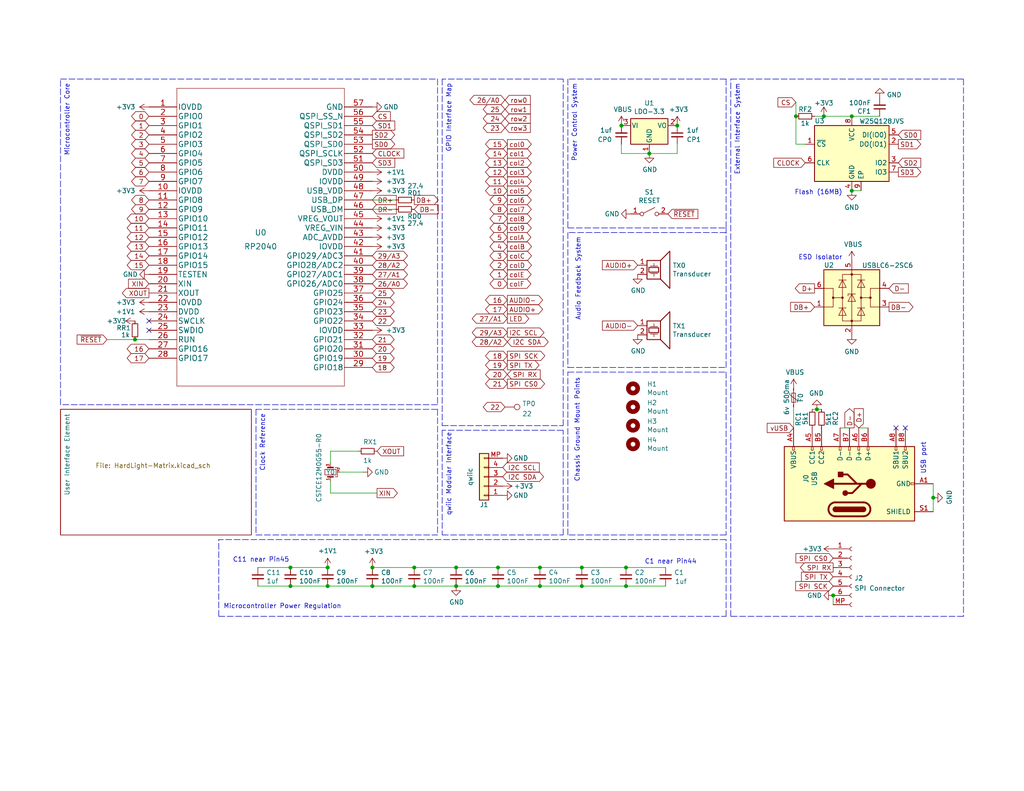
<source format=kicad_sch>
(kicad_sch (version 20211123) (generator eeschema)
  (paper "USLetter")
  (title_block (title "Hard Light") (date "2022-05-20") (rev "Mark 7") (company "Everywhere Defense Industries") (comment 1 "RP2040 main core"))
  (lib_symbols
    (symbol "+3V3_1" (power) (pin_names (offset 0))
      (property "Value" "+3V3_1" (at 0 3.556 0))
      (symbol "+3V3_1_1_1"
        (pin power_in line (at 0 0 90) (length 0) hide (name "+3V3") (number "1"))
      )
    )
    (symbol "Connector:Conn_01x07_Female" (pin_names (offset 1.016) hide)
      (property "Reference" "J2" (at 0.7112 -0.3615 0))
      (property "Value" "SPI Connector" (at 0.7112 -3.1366 0))
      (symbol "Conn_01x07_Female_1_1"
        (pin passive line (at -5.08 7.62 0) (length 3.81) (name "Pin_1") (number "1"))
        (pin passive line (at -5.08 5.08 0) (length 3.81) (name "Pin_2") (number "2"))
        (pin passive line (at -5.08 2.54 0) (length 3.81) (name "Pin_3") (number "3"))
        (pin passive line (at -5.08 0 0) (length 3.81) (name "Pin_4") (number "4"))
        (pin passive line (at -5.08 -2.54 0) (length 3.81) (name "Pin_5") (number "5"))
        (pin passive line (at -5.08 -5.08 0) (length 3.81) (name "Pin_6") (number "6"))
        (pin passive line (at -5.08 -7.62 0) (length 3.81) (name "MP") (number "MP"))
      )
    )
    (symbol "Connector:TestPoint" (pin_numbers hide) (pin_names (offset 0.762) hide)
      (property "Reference" "TP" (at 0 6.858 0))
      (property "Value" "TestPoint" (at 0 5.08 0))
      (symbol "TestPoint_1_1"
        (pin passive line (at 0 0 90) (length 2.54) (name "1") (number "1"))
      )
    )
    (symbol "Connector_Generic:Conn_01x05" (pin_names (offset 1.016) hide)
      (property "Reference" "J1" (at 0 7.62 0))
      (property "Value" "qwiic" (at -2.54 1.27 90))
      (symbol "Conn_01x05_1_1"
        (pin passive line (at -5.08 5.08 0) (length 3.81) (name "Pin_1") (number "1"))
        (pin passive line (at -5.08 2.54 0) (length 3.81) (name "Pin_2") (number "2"))
        (pin passive line (at -5.08 0 0) (length 3.81) (name "Pin_3") (number "3"))
        (pin passive line (at -5.08 -2.54 0) (length 3.81) (name "Pin_4") (number "4"))
        (pin passive line (at -5.08 -5.08 0) (length 3.81) (name "MP") (number "MP"))
      )
    )
    (symbol "Device:C_Small" (pin_numbers hide) (pin_names (offset 0.254) hide)
      (property "Reference" "C" (at 0.254 1.778 0))
      (property "Value" "Device_C_Small" (at 0.254 -2.032 0))
      (symbol "C_Small_1_1"
        (pin passive line (at 0 2.54 270) (length 2.032) (name "~") (number "1"))
        (pin passive line (at 0 -2.54 90) (length 2.032) (name "~") (number "2"))
      )
    )
    (symbol "Device:Crystal_GND2_Small" (pin_names (offset 1.016) hide)
      (property "Reference" "Y" (at 0 5.08 0))
      (property "Value" "Crystal_GND2_Small" (at 0 3.175 0))
      (symbol "Crystal_GND2_Small_1_1"
        (pin passive line (at -2.54 0 0) (length 1.27) (name "1") (number "1"))
        (pin passive line (at 0 -2.54 90) (length 0.635) (name "2") (number "2"))
        (pin passive line (at 2.54 0 180) (length 1.27) (name "3") (number "3"))
      )
    )
    (symbol "Device:Polyfuse_Small" (pin_numbers hide) (pin_names (offset 0))
      (property "Reference" "F" (at -1.905 0 90))
      (property "Value" "Device_Polyfuse_Small" (at 1.905 0 90))
      (symbol "Polyfuse_Small_1_1"
        (pin passive line (at 0 2.54 270) (length 0.635) (name "~") (number "1"))
        (pin passive line (at 0 -2.54 90) (length 0.635) (name "~") (number "2"))
      )
    )
    (symbol "Device:R_Small" (pin_numbers hide) (pin_names (offset 0.254) hide)
      (property "Reference" "R" (at 0.762 0.508 0))
      (property "Value" "Device_R_Small" (at 0.762 -1.016 0))
      (symbol "R_Small_1_1"
        (pin passive line (at 0 2.54 270) (length 0.762) (name "~") (number "1"))
        (pin passive line (at 0 -2.54 90) (length 0.762) (name "~") (number "2"))
      )
    )
    (symbol "Device:Speaker_Crystal" (pin_names (offset 0) hide)
      (property "Reference" "LS" (at 0.635 5.715 0))
      (property "Value" "Device_Speaker_Crystal" (at 0.635 3.81 0))
      (symbol "Speaker_Crystal_1_1"
        (pin input line (at -5.08 0 0) (length 2.54) (name "1") (number "1"))
        (pin input line (at -5.08 -2.54 0) (length 2.54) (name "2") (number "2"))
      )
    )
    (symbol "GND_1" (power) (pin_names (offset 0))
      (property "Value" "GND_1" (at 0 -3.81 0))
      (symbol "GND_1_1_1"
        (pin power_in line (at 0 0 270) (length 0) hide (name "GND") (number "1"))
      )
    )
    (symbol "HL-Mk2-rescue:USB_C_Receptacle_USB2.0-Connector" (pin_names (offset 1.016))
      (property "Reference" "J" (at -10.16 19.05 0))
      (property "Value" "USB_C_Receptacle_USB2.0-Connector" (at 19.05 19.05 0))
      (symbol "USB_C_Receptacle_USB2.0-Connector_1_1"
        (pin power_in line (at 0 -22.86 90) (length 5.08) (name "GND") (number "A1"))
        (pin passive line (at 0 -22.86 90) (length 5.08) hide (name "GND") (number "A12"))
        (pin power_in line (at 15.24 15.24 180) (length 5.08) (name "VBUS") (number "A4"))
        (pin bidirectional line (at 15.24 10.16 180) (length 5.08) (name "CC1") (number "A5"))
        (pin bidirectional line (at 15.24 -2.54 180) (length 5.08) (name "D+") (number "A6"))
        (pin bidirectional line (at 15.24 2.54 180) (length 5.08) (name "D-") (number "A7"))
        (pin bidirectional line (at 15.24 -12.7 180) (length 5.08) (name "SBU1") (number "A8"))
        (pin passive line (at 15.24 15.24 180) (length 5.08) hide (name "VBUS") (number "A9"))
        (pin passive line (at 0 -22.86 90) (length 5.08) hide (name "GND") (number "B1"))
        (pin passive line (at 0 -22.86 90) (length 5.08) hide (name "GND") (number "B12"))
        (pin passive line (at 15.24 15.24 180) (length 5.08) hide (name "VBUS") (number "B4"))
        (pin bidirectional line (at 15.24 7.62 180) (length 5.08) (name "CC2") (number "B5"))
        (pin bidirectional line (at 15.24 -5.08 180) (length 5.08) (name "D+") (number "B6"))
        (pin bidirectional line (at 15.24 0 180) (length 5.08) (name "D-") (number "B7"))
        (pin bidirectional line (at 15.24 -15.24 180) (length 5.08) (name "SBU2") (number "B8"))
        (pin passive line (at 15.24 15.24 180) (length 5.08) hide (name "VBUS") (number "B9"))
        (pin passive line (at -7.62 -22.86 90) (length 5.08) (name "SHIELD") (number "S1"))
      )
    )
    (symbol "Mechanical:MountingHole" (pin_names (offset 1.016))
      (property "Reference" "H" (at 0 5.08 0))
      (property "Value" "MountingHole" (at 0 3.175 0))
    )
    (symbol "Memory_Flash:W25Q32JVZP"
      (property "Reference" "U" (at -8.89 8.89 0))
      (property "Value" "W25Q32JVZP" (at 7.62 8.89 0))
      (symbol "W25Q32JVZP_1_1"
        (pin input line (at -12.7 2.54 0) (length 2.54) (name "~{CS}") (number "1"))
        (pin bidirectional line (at 12.7 2.54 180) (length 2.54) (name "DO(IO1)") (number "2"))
        (pin bidirectional line (at 12.7 -2.54 180) (length 2.54) (name "IO2") (number "3"))
        (pin power_in line (at 0 -10.16 90) (length 2.54) (name "GND") (number "4"))
        (pin bidirectional line (at 12.7 5.08 180) (length 2.54) (name "DI(IO0)") (number "5"))
        (pin input line (at -12.7 -2.54 0) (length 2.54) (name "CLK") (number "6"))
        (pin bidirectional line (at 12.7 -5.08 180) (length 2.54) (name "IO3") (number "7"))
        (pin power_in line (at 0 10.16 270) (length 2.54) (name "VCC") (number "8"))
        (pin passive line (at 2.54 -10.16 90) (length 2.54) (name "EP") (number "9"))
      )
    )
    (symbol "Power_Protection:USBLC6-2SC6" (pin_names hide)
      (property "Reference" "U" (at 2.54 8.89 0))
      (property "Value" "USBLC6-2SC6" (at 2.54 -8.89 0))
      (symbol "USBLC6-2SC6_1_1"
        (pin passive line (at -10.16 -2.54 0) (length 2.54) (name "I/O1") (number "1"))
        (pin passive line (at 0 -10.16 90) (length 2.54) (name "GND") (number "2"))
        (pin passive line (at 10.16 -2.54 180) (length 2.54) (name "I/O2") (number "3"))
        (pin passive line (at 10.16 2.54 180) (length 2.54) (name "I/O2") (number "4"))
        (pin passive line (at 0 10.16 270) (length 2.54) (name "VBUS") (number "5"))
        (pin passive line (at -10.16 2.54 0) (length 2.54) (name "I/O1") (number "6"))
      )
    )
    (symbol "RP2040:RP2040" (pin_names (offset 0.254))
      (property "Reference" "U" (at 30.48 10.16 0))
      (property "Value" "RP2040" (at 30.48 7.62 0))
      (symbol "RP2040_1_1"
        (pin power_in line (at 0 0 0) (length 7.62) (name "IOVDD") (number "1"))
        (pin power_in line (at 0 -22.86 0) (length 7.62) (name "IOVDD") (number "10"))
        (pin bidirectional line (at 0 -25.4 0) (length 7.62) (name "GPIO8") (number "11"))
        (pin bidirectional line (at 0 -27.94 0) (length 7.62) (name "GPIO9") (number "12"))
        (pin bidirectional line (at 0 -30.48 0) (length 7.62) (name "GPIO10") (number "13"))
        (pin bidirectional line (at 0 -33.02 0) (length 7.62) (name "GPIO11") (number "14"))
        (pin bidirectional line (at 0 -35.56 0) (length 7.62) (name "GPIO12") (number "15"))
        (pin bidirectional line (at 0 -38.1 0) (length 7.62) (name "GPIO13") (number "16"))
        (pin bidirectional line (at 0 -40.64 0) (length 7.62) (name "GPIO14") (number "17"))
        (pin bidirectional line (at 0 -43.18 0) (length 7.62) (name "GPIO15") (number "18"))
        (pin unspecified line (at 0 -45.72 0) (length 7.62) (name "TESTEN") (number "19"))
        (pin bidirectional line (at 0 -2.54 0) (length 7.62) (name "GPIO0") (number "2"))
        (pin unspecified line (at 0 -48.26 0) (length 7.62) (name "XIN") (number "20"))
        (pin output line (at 0 -50.8 0) (length 7.62) (name "XOUT") (number "21"))
        (pin power_in line (at 0 -53.34 0) (length 7.62) (name "IOVDD") (number "22"))
        (pin power_in line (at 0 -55.88 0) (length 7.62) (name "DVDD") (number "23"))
        (pin unspecified line (at 0 -58.42 0) (length 7.62) (name "SWCLK") (number "24"))
        (pin unspecified line (at 0 -60.96 0) (length 7.62) (name "SWDIO") (number "25"))
        (pin unspecified line (at 0 -63.5 0) (length 7.62) (name "RUN") (number "26"))
        (pin bidirectional line (at 0 -66.04 0) (length 7.62) (name "GPIO16") (number "27"))
        (pin bidirectional line (at 0 -68.58 0) (length 7.62) (name "GPIO17") (number "28"))
        (pin bidirectional line (at 60.96 -71.12 180) (length 7.62) (name "GPIO18") (number "29"))
        (pin bidirectional line (at 0 -5.08 0) (length 7.62) (name "GPIO1") (number "3"))
        (pin bidirectional line (at 60.96 -68.58 180) (length 7.62) (name "GPIO19") (number "30"))
        (pin bidirectional line (at 60.96 -66.04 180) (length 7.62) (name "GPIO20") (number "31"))
        (pin bidirectional line (at 60.96 -63.5 180) (length 7.62) (name "GPIO21") (number "32"))
        (pin power_in line (at 60.96 -60.96 180) (length 7.62) (name "IOVDD") (number "33"))
        (pin bidirectional line (at 60.96 -58.42 180) (length 7.62) (name "GPIO22") (number "34"))
        (pin bidirectional line (at 60.96 -55.88 180) (length 7.62) (name "GPIO23") (number "35"))
        (pin bidirectional line (at 60.96 -53.34 180) (length 7.62) (name "GPIO24") (number "36"))
        (pin bidirectional line (at 60.96 -50.8 180) (length 7.62) (name "GPIO25") (number "37"))
        (pin bidirectional line (at 60.96 -48.26 180) (length 7.62) (name "GPIO26/ADC0") (number "38"))
        (pin bidirectional line (at 60.96 -45.72 180) (length 7.62) (name "GPIO27/ADC1") (number "39"))
        (pin bidirectional line (at 0 -7.62 0) (length 7.62) (name "GPIO2") (number "4"))
        (pin bidirectional line (at 60.96 -43.18 180) (length 7.62) (name "GPIO28/ADC2") (number "40"))
        (pin bidirectional line (at 60.96 -40.64 180) (length 7.62) (name "GPIO29/ADC3") (number "41"))
        (pin power_in line (at 60.96 -38.1 180) (length 7.62) (name "IOVDD") (number "42"))
        (pin power_in line (at 60.96 -35.56 180) (length 7.62) (name "ADC_AVDD") (number "43"))
        (pin unspecified line (at 60.96 -33.02 180) (length 7.62) (name "VREG_VIN") (number "44"))
        (pin output line (at 60.96 -30.48 180) (length 7.62) (name "VREG_VOUT") (number "45"))
        (pin unspecified line (at 60.96 -27.94 180) (length 7.62) (name "USB_DM") (number "46"))
        (pin unspecified line (at 60.96 -25.4 180) (length 7.62) (name "USB_DP") (number "47"))
        (pin power_in line (at 60.96 -22.86 180) (length 7.62) (name "USB_VDD") (number "48"))
        (pin power_in line (at 60.96 -20.32 180) (length 7.62) (name "IOVDD") (number "49"))
        (pin bidirectional line (at 0 -10.16 0) (length 7.62) (name "GPIO3") (number "5"))
        (pin power_in line (at 60.96 -17.78 180) (length 7.62) (name "DVDD") (number "50"))
        (pin bidirectional line (at 60.96 -15.24 180) (length 7.62) (name "QSPI_SD3") (number "51"))
        (pin unspecified line (at 60.96 -12.7 180) (length 7.62) (name "QSPI_SCLK") (number "52"))
        (pin bidirectional line (at 60.96 -10.16 180) (length 7.62) (name "QSPI_SD0") (number "53"))
        (pin bidirectional line (at 60.96 -7.62 180) (length 7.62) (name "QSPI_SD2") (number "54"))
        (pin bidirectional line (at 60.96 -5.08 180) (length 7.62) (name "QSPI_SD1") (number "55"))
        (pin unspecified line (at 60.96 -2.54 180) (length 7.62) (name "QSPI_SS_N") (number "56"))
        (pin power_in line (at 60.96 0 180) (length 7.62) (name "GND") (number "57"))
        (pin bidirectional line (at 0 -12.7 0) (length 7.62) (name "GPIO4") (number "6"))
        (pin bidirectional line (at 0 -15.24 0) (length 7.62) (name "GPIO5") (number "7"))
        (pin bidirectional line (at 0 -17.78 0) (length 7.62) (name "GPIO6") (number "8"))
        (pin bidirectional line (at 0 -20.32 0) (length 7.62) (name "GPIO7") (number "9"))
      )
    )
    (symbol "Regulator_Linear:LD1117S33TR_SOT223" (pin_names (offset 0.254))
      (property "Reference" "U" (at -3.81 3.175 0))
      (property "Value" "Regulator_Linear_LD1117S33TR_SOT223" (at 0 3.175 0))
      (symbol "LD1117S33TR_SOT223_1_1"
        (pin power_in line (at 0 -7.62 90) (length 2.54) (name "GND") (number "1"))
        (pin power_out line (at 7.62 0 180) (length 2.54) (name "VO") (number "2"))
        (pin power_in line (at -7.62 0 0) (length 2.54) (name "VI") (number "3"))
      )
    )
    (symbol "Switch:SW_SPST" (pin_names (offset 0) hide)
      (property "Reference" "SW" (at 0 3.175 0))
      (property "Value" "Switch_SW_SPST" (at 0 -2.54 0))
      (symbol "SW_SPST_1_1"
        (pin passive line (at -5.08 0 0) (length 2.54) (name "A") (number "1"))
        (pin passive line (at 5.08 0 180) (length 2.54) (name "B") (number "2"))
      )
    )
    (symbol "power:+1V1" (power) (pin_names (offset 0))
      (property "Value" "+1V1" (at 0 3.556 0))
      (symbol "+1V1_1_1"
        (pin power_in line (at 0 0 90) (length 0) hide (name "+1V1") (number "1"))
      )
    )
    (symbol "power:+3V3" (power) (pin_names (offset 0))
      (property "Value" "power_+3V3" (at 0 3.556 0))
      (symbol "+3V3_1_1"
        (pin power_in line (at 0 0 90) (length 0) hide (name "+3V3") (number "1"))
      )
    )
    (symbol "power:GND" (power) (pin_names (offset 0))
      (property "Value" "power_GND" (at 0 -3.81 0))
      (symbol "GND_1_1"
        (pin power_in line (at 0 0 270) (length 0) hide (name "GND") (number "1"))
      )
    )
    (symbol "power:VBUS" (power) (pin_names (offset 0))
      (property "Value" "power_VBUS" (at 0 3.81 0))
      (symbol "VBUS_1_1"
        (pin power_in line (at 0 0 90) (length 0) hide (name "VBUS") (number "1"))
      )
    )
  )
  (junction (at 177.165 41.91))
  (junction (at 158.75 160.02))
  (junction (at 232.41 52.07))
  (junction (at 124.46 154.94))
  (junction (at 254.635 135.89))
  (junction (at 170.815 154.94))
  (junction (at 224.79 31.75))
  (junction (at 169.545 34.29))
  (junction (at 170.815 160.02))
  (junction (at 101.6 154.94))
  (junction (at 89.408 160.02))
  (junction (at 79.248 160.02))
  (junction (at 101.6 160.02))
  (junction (at 135.89 160.02))
  (junction (at 217.17 31.75))
  (junction (at 147.32 160.02))
  (junction (at 113.03 154.94))
  (junction (at 36.83 92.71))
  (junction (at 222.885 111.76))
  (junction (at 89.408 154.94))
  (junction (at 113.03 160.02))
  (junction (at 124.46 160.02))
  (junction (at 147.32 154.94))
  (junction (at 79.248 154.94))
  (junction (at 184.785 34.29))
  (junction (at 227.33 162.56))
  (junction (at 158.75 154.94))
  (junction (at 232.41 31.75))
  (junction (at 135.89 154.94))
  (no_connect (at 40.64 87.63))
  (no_connect (at 40.64 90.17))
  (no_connect (at 247.015 116.84))
  (no_connect (at 244.475 116.84))
  (wire (pts (xy 113.03 154.94) (xy 101.6 154.94)))
  (wire (pts (xy 224.79 31.75) (xy 232.41 31.75)))
  (polyline (pts (xy 69.85 111.76) (xy 69.85 146.05)))
  (wire (pts (xy 217.17 39.37) (xy 219.71 39.37)))
  (wire (pts (xy 89.408 160.02) (xy 101.6 160.02)))
  (polyline (pts (xy 154.94 100.33) (xy 198.12 100.33)))
  (wire (pts (xy 92.71 128.905) (xy 99.06 128.905)))
  (polyline (pts (xy 154.94 62.23) (xy 198.12 62.23)))
  (polyline (pts (xy 199.39 21.59) (xy 262.89 21.59)))
  (wire (pts (xy 236.855 116.84) (xy 234.315 116.84)))
  (polyline (pts (xy 119.38 110.49) (xy 16.51 110.49)))
  (polyline (pts (xy 198.12 101.6) (xy 198.12 146.05)))
  (wire (pts (xy 170.815 160.02) (xy 181.61 160.02)))
  (wire (pts (xy 232.41 52.07) (xy 234.95 52.07)))
  (wire (pts (xy 124.46 154.94) (xy 113.03 154.94)))
  (polyline (pts (xy 16.51 21.59) (xy 119.38 21.59)))
  (wire (pts (xy 135.89 154.94) (xy 124.46 154.94)))
  (polyline (pts (xy 120.65 116.205) (xy 153.67 116.205)))
  (polyline (pts (xy 120.65 21.59) (xy 120.65 116.205)))
  (polyline (pts (xy 262.89 168.275) (xy 199.39 168.275)))
  (polyline (pts (xy 198.12 21.59) (xy 198.12 62.23)))
  (wire (pts (xy 158.75 160.02) (xy 170.815 160.02)))
  (wire (pts (xy 222.885 111.76) (xy 221.615 111.76)))
  (polyline (pts (xy 154.94 101.6) (xy 198.12 101.6)))
  (wire (pts (xy 70.358 154.94) (xy 79.248 154.94)))
  (wire (pts (xy 184.785 41.91) (xy 184.785 39.37)))
  (wire (pts (xy 147.32 154.94) (xy 135.89 154.94)))
  (wire (pts (xy 79.248 154.94) (xy 89.408 154.94)))
  (wire (pts (xy 227.33 162.56) (xy 227.33 165.1)))
  (polyline (pts (xy 154.94 21.59) (xy 154.94 62.23)))
  (wire (pts (xy 170.815 154.94) (xy 181.61 154.94)))
  (wire (pts (xy 224.155 111.76) (xy 222.885 111.76)))
  (wire (pts (xy 90.17 134.62) (xy 102.87 134.62)))
  (polyline (pts (xy 59.69 168.275) (xy 59.69 147.32)))
  (wire (pts (xy 79.248 160.02) (xy 89.408 160.02)))
  (polyline (pts (xy 153.67 21.59) (xy 120.65 21.59)))
  (polyline (pts (xy 154.94 146.05) (xy 154.94 101.6)))
  (wire (pts (xy 222.25 31.75) (xy 224.79 31.75)))
  (polyline (pts (xy 69.85 146.05) (xy 119.38 146.05)))
  (wire (pts (xy 232.41 31.75) (xy 240.03 31.75)))
  (polyline (pts (xy 198.12 168.275) (xy 198.12 147.32)))
  (wire (pts (xy 158.75 154.94) (xy 170.815 154.94)))
  (polyline (pts (xy 198.12 63.5) (xy 154.94 63.5)))
  (polyline (pts (xy 120.65 146.05) (xy 153.67 146.05)))
  (polyline (pts (xy 153.67 117.475) (xy 120.65 117.475)))
  (wire (pts (xy 29.21 92.71) (xy 36.83 92.71)))
  (polyline (pts (xy 153.67 116.205) (xy 153.67 21.59)))
  (wire (pts (xy 147.32 160.02) (xy 135.89 160.02)))
  (wire (pts (xy 169.545 39.37) (xy 169.545 41.91)))
  (polyline (pts (xy 198.12 100.33) (xy 198.12 62.23)))
  (wire (pts (xy 36.83 92.71) (xy 40.64 92.71)))
  (wire (pts (xy 231.775 116.84) (xy 229.235 116.84)))
  (wire (pts (xy 177.165 41.91) (xy 184.785 41.91)))
  (wire (pts (xy 90.17 131.445) (xy 90.17 134.62)))
  (wire (pts (xy 217.17 31.75) (xy 217.17 39.37)))
  (wire (pts (xy 158.75 154.94) (xy 147.32 154.94)))
  (wire (pts (xy 216.535 111.125) (xy 216.535 116.84)))
  (polyline (pts (xy 119.38 111.76) (xy 119.38 146.05)))
  (wire (pts (xy 217.17 27.94) (xy 217.17 31.75)))
  (wire (pts (xy 113.03 160.02) (xy 101.6 160.02)))
  (wire (pts (xy 158.75 160.02) (xy 147.32 160.02)))
  (polyline (pts (xy 198.12 146.05) (xy 154.94 146.05)))
  (wire (pts (xy 70.358 160.02) (xy 79.248 160.02)))
  (polyline (pts (xy 16.51 110.49) (xy 16.51 21.59)))
  (wire (pts (xy 169.545 41.91) (xy 177.165 41.91)))
  (wire (pts (xy 101.6 57.15) (xy 107.95 57.15)))
  (polyline (pts (xy 119.38 21.59) (xy 119.38 110.49)))
  (wire (pts (xy 254.635 135.89) (xy 254.635 132.08)))
  (polyline (pts (xy 262.89 21.59) (xy 262.89 168.275)))
  (polyline (pts (xy 154.94 63.5) (xy 154.94 100.33)))
  (wire (pts (xy 90.17 123.19) (xy 90.17 126.365)))
  (polyline (pts (xy 198.12 21.59) (xy 154.94 21.59)))
  (wire (pts (xy 135.89 160.02) (xy 124.46 160.02)))
  (wire (pts (xy 90.17 123.19) (xy 97.79 123.19)))
  (polyline (pts (xy 199.39 168.275) (xy 199.39 21.59)))
  (wire (pts (xy 124.46 160.02) (xy 113.03 160.02)))
  (wire (pts (xy 101.6 54.61) (xy 107.95 54.61)))
  (wire (pts (xy 254.635 139.7) (xy 254.635 135.89)))
  (polyline (pts (xy 153.67 146.05) (xy 153.67 117.475)))
  (polyline (pts (xy 119.38 111.76) (xy 69.85 111.76)))
  (polyline (pts (xy 198.12 147.32) (xy 59.69 147.32)))
  (polyline (pts (xy 120.65 117.475) (xy 120.65 146.05)))
  (polyline (pts (xy 59.69 168.275) (xy 198.12 168.275)))
  (text "ESD Isolator" (at 229.87 71.12 180) (effects (font (size 1.27 1.27)) (justify right bottom)))
  (text "USB port" (at 252.73 129.54 90) (effects (font (size 1.27 1.27)) (justify left bottom)))
  (text "Audio Feedback System" (at 158.496 64.77 270) (effects (font (size 1.27 1.27)) (justify right bottom)))
  (text "Flash (16MB)" (at 229.87 53.34 180) (effects (font (size 1.27 1.27)) (justify right bottom)))
  (text "Microcontroller Core" (at 19.05 22.86 270) (effects (font (size 1.27 1.27)) (justify right bottom)))
  (text "qwiic Modular Interface" (at 123.19 118.11 270) (effects (font (size 1.27 1.27)) (justify right bottom)))
  (text "Chassis Ground Mount Points" (at 158.242 103.124 270) (effects (font (size 1.27 1.27)) (justify right bottom)))
  (text "C11 near Pin45" (at 63.5 153.67 0) (effects (font (size 1.27 1.27)) (justify left bottom)))
  (text "C1 near Pin44" (at 175.895 154.178 0) (effects (font (size 1.27 1.27)) (justify left bottom)))
  (text "Microcontroller Power Regulation" (at 60.96 166.37 0) (effects (font (size 1.27 1.27)) (justify left bottom)))
  (text "Power Control System" (at 157.48 22.86 270) (effects (font (size 1.27 1.27)) (justify right bottom)))
  (text "External Interface System" (at 201.93 22.86 270) (effects (font (size 1.27 1.27)) (justify right bottom)))
  (text "Clock Reference" (at 72.39 113.03 270) (effects (font (size 1.27 1.27)) (justify right bottom)))
  (text "GPIO Interface Map" (at 123.19 22.86 270) (effects (font (size 1.27 1.27)) (justify right bottom)))
  (global_label "vUSB" (shape input) (at 216.535 116.84 180) (property "Intersheet References" "${INTERSHEET_REFS}" (effects hide)))
  (global_label "XOUT" (shape input) (at 102.87 123.19 0) (property "Intersheet References" "${INTERSHEET_REFS}" (effects hide)))
  (global_label "CS" (shape input) (at 101.6 31.75 0) (property "Intersheet References" "${INTERSHEET_REFS}" (effects hide)))
  (global_label "I2C SCL" (shape output) (at 138.43 90.805 0) (property "Intersheet References" "${INTERSHEET_REFS}" (effects hide)))
  (global_label "AUDIO+" (shape input) (at 173.99 72.39 180) (property "Intersheet References" "${INTERSHEET_REFS}" (effects hide)))
  (global_label "2" (shape bidirectional) (at 138.43 72.39 180) (property "Intersheet References" "${INTERSHEET_REFS}" (effects hide)))
  (global_label "col8" (shape output) (at 138.43 59.69 0) (property "Intersheet References" "${INTERSHEET_REFS}" (effects hide)))
  (global_label "19" (shape bidirectional) (at 101.6 97.79 0) (property "Intersheet References" "${INTERSHEET_REFS}" (effects hide)))
  (global_label "25" (shape bidirectional) (at 137.795 29.845 180) (property "Intersheet References" "${INTERSHEET_REFS}" (effects hide)))
  (global_label "col1" (shape output) (at 138.43 41.91 0) (property "Intersheet References" "${INTERSHEET_REFS}" (effects hide)))
  (global_label "SD1" (shape output) (at 245.11 39.37 0) (property "Intersheet References" "${INTERSHEET_REFS}" (effects hide)))
  (global_label "col0" (shape output) (at 138.43 39.37 0) (property "Intersheet References" "${INTERSHEET_REFS}" (effects hide)))
  (global_label "16" (shape bidirectional) (at 138.43 81.915 180) (property "Intersheet References" "${INTERSHEET_REFS}" (effects hide)))
  (global_label "I2C SDA" (shape bidirectional) (at 137.16 130.175 0) (property "Intersheet References" "${INTERSHEET_REFS}" (effects hide)))
  (global_label "DB-" (shape input) (at 113.03 57.15 0) (property "Intersheet References" "${INTERSHEET_REFS}" (effects hide)))
  (global_label "7" (shape bidirectional) (at 138.43 59.69 180) (property "Intersheet References" "${INTERSHEET_REFS}" (effects hide)))
  (global_label "colF" (shape output) (at 138.43 77.47 0) (property "Intersheet References" "${INTERSHEET_REFS}" (effects hide)))
  (global_label "1" (shape bidirectional) (at 138.43 74.93 180) (property "Intersheet References" "${INTERSHEET_REFS}" (effects hide)))
  (global_label "D+" (shape output) (at 222.25 78.74 180) (property "Intersheet References" "${INTERSHEET_REFS}" (effects hide)))
  (global_label "26{slash}A0" (shape bidirectional) (at 137.795 27.305 180) (property "Intersheet References" "${INTERSHEET_REFS}" (effects hide)))
  (global_label "col6" (shape output) (at 138.43 54.61 0) (property "Intersheet References" "${INTERSHEET_REFS}" (effects hide)))
  (global_label "colB" (shape output) (at 138.43 67.31 0) (property "Intersheet References" "${INTERSHEET_REFS}" (effects hide)))
  (global_label "0" (shape bidirectional) (at 40.64 31.75 180) (property "Intersheet References" "${INTERSHEET_REFS}" (effects hide)))
  (global_label "D-" (shape output) (at 231.775 116.84 90) (property "Intersheet References" "${INTERSHEET_REFS}" (effects hide)))
  (global_label "11" (shape bidirectional) (at 40.64 62.23 180) (property "Intersheet References" "${INTERSHEET_REFS}" (effects hide)))
  (global_label "CS" (shape input) (at 217.17 27.94 180) (property "Intersheet References" "${INTERSHEET_REFS}" (effects hide)))
  (global_label "24" (shape bidirectional) (at 101.6 82.55 0) (property "Intersheet References" "${INTERSHEET_REFS}" (effects hide)))
  (global_label "CLOCK" (shape input) (at 101.6 41.91 0) (property "Intersheet References" "${INTERSHEET_REFS}" (effects hide)))
  (global_label "5" (shape bidirectional) (at 138.43 64.77 180) (property "Intersheet References" "${INTERSHEET_REFS}" (effects hide)))
  (global_label "25" (shape bidirectional) (at 101.6 80.01 0) (property "Intersheet References" "${INTERSHEET_REFS}" (effects hide)))
  (global_label "AUDIO-" (shape input) (at 173.99 88.9 180) (property "Intersheet References" "${INTERSHEET_REFS}" (effects hide)))
  (global_label "SD3" (shape output) (at 245.11 46.99 0) (property "Intersheet References" "${INTERSHEET_REFS}" (effects hide)))
  (global_label "20" (shape bidirectional) (at 138.43 102.235 180) (property "Intersheet References" "${INTERSHEET_REFS}" (effects hide)))
  (global_label "SD3" (shape input) (at 101.6 44.45 0) (property "Intersheet References" "${INTERSHEET_REFS}" (effects hide)))
  (global_label "3" (shape bidirectional) (at 40.64 39.37 180) (property "Intersheet References" "${INTERSHEET_REFS}" (effects hide)))
  (global_label "~{RESET}" (shape input) (at 29.21 92.71 180) (property "Intersheet References" "${INTERSHEET_REFS}" (effects hide)))
  (global_label "9" (shape bidirectional) (at 138.43 54.61 180) (property "Intersheet References" "${INTERSHEET_REFS}" (effects hide)))
  (global_label "12" (shape bidirectional) (at 138.43 46.99 180) (property "Intersheet References" "${INTERSHEET_REFS}" (effects hide)))
  (global_label "27{slash}A1" (shape bidirectional) (at 101.6 74.93 0) (property "Intersheet References" "${INTERSHEET_REFS}" (effects hide)))
  (global_label "CLOCK" (shape input) (at 219.71 44.45 180) (property "Intersheet References" "${INTERSHEET_REFS}" (effects hide)))
  (global_label "24" (shape bidirectional) (at 137.795 32.385 180) (property "Intersheet References" "${INTERSHEET_REFS}" (effects hide)))
  (global_label "DB+" (shape input) (at 222.25 83.82 180) (property "Intersheet References" "${INTERSHEET_REFS}" (effects hide)))
  (global_label "13" (shape bidirectional) (at 40.64 67.31 180) (property "Intersheet References" "${INTERSHEET_REFS}" (effects hide)))
  (global_label "SD1" (shape input) (at 101.6 34.29 0) (property "Intersheet References" "${INTERSHEET_REFS}" (effects hide)))
  (global_label "colD" (shape output) (at 138.43 72.39 0) (property "Intersheet References" "${INTERSHEET_REFS}" (effects hide)))
  (global_label "21" (shape bidirectional) (at 101.6 92.71 0) (property "Intersheet References" "${INTERSHEET_REFS}" (effects hide)))
  (global_label "XIN" (shape input) (at 40.64 77.47 180) (property "Intersheet References" "${INTERSHEET_REFS}" (effects hide)))
  (global_label "7" (shape bidirectional) (at 40.64 49.53 180) (property "Intersheet References" "${INTERSHEET_REFS}" (effects hide)))
  (global_label "~{RESET}" (shape input) (at 182.245 58.42 0) (property "Intersheet References" "${INTERSHEET_REFS}" (effects hide)))
  (global_label "28{slash}A2" (shape bidirectional) (at 138.43 93.345 180) (property "Intersheet References" "${INTERSHEET_REFS}" (effects hide)))
  (global_label "col2" (shape output) (at 138.43 44.45 0) (property "Intersheet References" "${INTERSHEET_REFS}" (effects hide)))
  (global_label "18" (shape bidirectional) (at 138.43 97.155 180) (property "Intersheet References" "${INTERSHEET_REFS}" (effects hide)))
  (global_label "2" (shape bidirectional) (at 40.64 36.83 180) (property "Intersheet References" "${INTERSHEET_REFS}" (effects hide)))
  (global_label "15" (shape bidirectional) (at 138.43 39.37 180) (property "Intersheet References" "${INTERSHEET_REFS}" (effects hide)))
  (global_label "14" (shape bidirectional) (at 40.64 69.85 180) (property "Intersheet References" "${INTERSHEET_REFS}" (effects hide)))
  (global_label "15" (shape bidirectional) (at 40.64 72.39 180) (property "Intersheet References" "${INTERSHEET_REFS}" (effects hide)))
  (global_label "SD0" (shape input) (at 245.11 36.83 0) (property "Intersheet References" "${INTERSHEET_REFS}" (effects hide)))
  (global_label "D-" (shape input) (at 242.57 78.74 0) (property "Intersheet References" "${INTERSHEET_REFS}" (effects hide)))
  (global_label "XIN" (shape output) (at 102.87 134.62 0) (property "Intersheet References" "${INTERSHEET_REFS}" (effects hide)))
  (global_label "8" (shape bidirectional) (at 138.43 57.15 180) (property "Intersheet References" "${INTERSHEET_REFS}" (effects hide)))
  (global_label "SD0" (shape output) (at 101.6 39.37 0) (property "Intersheet References" "${INTERSHEET_REFS}" (effects hide)))
  (global_label "0" (shape bidirectional) (at 138.43 77.47 180) (property "Intersheet References" "${INTERSHEET_REFS}" (effects hide)))
  (global_label "28{slash}A2" (shape bidirectional) (at 101.6 72.39 0) (property "Intersheet References" "${INTERSHEET_REFS}" (effects hide)))
  (global_label "AUDIO-" (shape output) (at 138.43 81.915 0) (property "Intersheet References" "${INTERSHEET_REFS}" (effects hide)))
  (global_label "26{slash}A0" (shape bidirectional) (at 101.6 77.47 0) (property "Intersheet References" "${INTERSHEET_REFS}" (effects hide)))
  (global_label "22" (shape bidirectional) (at 137.795 111.125 180) (property "Intersheet References" "${INTERSHEET_REFS}" (effects hide)))
  (global_label "DB+" (shape output) (at 113.03 54.61 0) (property "Intersheet References" "${INTERSHEET_REFS}" (effects hide)))
  (global_label "8" (shape bidirectional) (at 40.64 54.61 180) (property "Intersheet References" "${INTERSHEET_REFS}" (effects hide)))
  (global_label "9" (shape bidirectional) (at 40.64 57.15 180) (property "Intersheet References" "${INTERSHEET_REFS}" (effects hide)))
  (global_label "col9" (shape output) (at 138.43 62.23 0) (property "Intersheet References" "${INTERSHEET_REFS}" (effects hide)))
  (global_label "16" (shape bidirectional) (at 40.64 95.25 180) (property "Intersheet References" "${INTERSHEET_REFS}" (effects hide)))
  (global_label "col3" (shape output) (at 138.43 46.99 0) (property "Intersheet References" "${INTERSHEET_REFS}" (effects hide)))
  (global_label "row2" (shape input) (at 137.795 32.385 0) (property "Intersheet References" "${INTERSHEET_REFS}" (effects hide)))
  (global_label "23" (shape bidirectional) (at 101.6 85.09 0) (property "Intersheet References" "${INTERSHEET_REFS}" (effects hide)))
  (global_label "17" (shape bidirectional) (at 40.64 97.79 180) (property "Intersheet References" "${INTERSHEET_REFS}" (effects hide)))
  (global_label "AUDIO+" (shape output) (at 138.43 84.455 0) (property "Intersheet References" "${INTERSHEET_REFS}" (effects hide)))
  (global_label "29{slash}A3" (shape bidirectional) (at 138.43 90.805 180) (property "Intersheet References" "${INTERSHEET_REFS}" (effects hide)))
  (global_label "SPI TX" (shape output) (at 138.43 99.695 0) (property "Intersheet References" "${INTERSHEET_REFS}" (effects hide)))
  (global_label "12" (shape bidirectional) (at 40.64 64.77 180) (property "Intersheet References" "${INTERSHEET_REFS}" (effects hide)))
  (global_label "colA" (shape output) (at 138.43 64.77 0) (property "Intersheet References" "${INTERSHEET_REFS}" (effects hide)))
  (global_label "10" (shape bidirectional) (at 138.43 52.07 180) (property "Intersheet References" "${INTERSHEET_REFS}" (effects hide)))
  (global_label "I2C SCL" (shape input) (at 137.16 127.635 0) (property "Intersheet References" "${INTERSHEET_REFS}" (effects hide)))
  (global_label "colE" (shape output) (at 138.43 74.93 0) (property "Intersheet References" "${INTERSHEET_REFS}" (effects hide)))
  (global_label "6" (shape bidirectional) (at 40.64 46.99 180) (property "Intersheet References" "${INTERSHEET_REFS}" (effects hide)))
  (global_label "SPI CS0" (shape output) (at 138.43 104.775 0) (property "Intersheet References" "${INTERSHEET_REFS}" (effects hide)))
  (global_label "29{slash}A3" (shape bidirectional) (at 101.6 69.85 0) (property "Intersheet References" "${INTERSHEET_REFS}" (effects hide)))
  (global_label "row1" (shape input) (at 137.795 29.845 0) (property "Intersheet References" "${INTERSHEET_REFS}" (effects hide)))
  (global_label "SPI RX" (shape input) (at 138.43 102.235 0) (property "Intersheet References" "${INTERSHEET_REFS}" (effects hide)))
  (global_label "col4" (shape output) (at 138.43 49.53 0) (property "Intersheet References" "${INTERSHEET_REFS}" (effects hide)))
  (global_label "4" (shape bidirectional) (at 40.64 41.91 180) (property "Intersheet References" "${INTERSHEET_REFS}" (effects hide)))
  (global_label "D+" (shape input) (at 234.315 116.84 90) (property "Intersheet References" "${INTERSHEET_REFS}" (effects hide)))
  (global_label "SPI SCK" (shape output) (at 138.43 97.155 0) (property "Intersheet References" "${INTERSHEET_REFS}" (effects hide)))
  (global_label "SD2" (shape input) (at 245.11 44.45 0) (property "Intersheet References" "${INTERSHEET_REFS}" (effects hide)))
  (global_label "row3" (shape input) (at 137.795 34.925 0) (property "Intersheet References" "${INTERSHEET_REFS}" (effects hide)))
  (global_label "23" (shape bidirectional) (at 137.795 34.925 180) (property "Intersheet References" "${INTERSHEET_REFS}" (effects hide)))
  (global_label "DR+" (shape input) (at 101.6 54.61 0) (property "Intersheet References" "${INTERSHEET_REFS}" (effects hide)))
  (global_label "SPI CS0" (shape input) (at 227.33 152.4 180) (property "Intersheet References" "${INTERSHEET_REFS}" (effects hide)))
  (global_label "SD2" (shape output) (at 101.6 36.83 0) (property "Intersheet References" "${INTERSHEET_REFS}" (effects hide)))
  (global_label "13" (shape bidirectional) (at 138.43 44.45 180) (property "Intersheet References" "${INTERSHEET_REFS}" (effects hide)))
  (global_label "SPI TX" (shape input) (at 227.33 157.48 180) (property "Intersheet References" "${INTERSHEET_REFS}" (effects hide)))
  (global_label "27{slash}A1" (shape bidirectional) (at 138.43 86.995 180) (property "Intersheet References" "${INTERSHEET_REFS}" (effects hide)))
  (global_label "4" (shape bidirectional) (at 138.43 67.31 180) (property "Intersheet References" "${INTERSHEET_REFS}" (effects hide)))
  (global_label "6" (shape bidirectional) (at 138.43 62.23 180) (property "Intersheet References" "${INTERSHEET_REFS}" (effects hide)))
  (global_label "11" (shape bidirectional) (at 138.43 49.53 180) (property "Intersheet References" "${INTERSHEET_REFS}" (effects hide)))
  (global_label "17" (shape bidirectional) (at 138.43 84.455 180) (property "Intersheet References" "${INTERSHEET_REFS}" (effects hide)))
  (global_label "SPI SCK" (shape input) (at 227.33 160.02 180) (property "Intersheet References" "${INTERSHEET_REFS}" (effects hide)))
  (global_label "5" (shape bidirectional) (at 40.64 44.45 180) (property "Intersheet References" "${INTERSHEET_REFS}" (effects hide)))
  (global_label "I2C SDA" (shape bidirectional) (at 138.43 93.345 0) (property "Intersheet References" "${INTERSHEET_REFS}" (effects hide)))
  (global_label "XOUT" (shape output) (at 40.64 80.01 180) (property "Intersheet References" "${INTERSHEET_REFS}" (effects hide)))
  (global_label "3" (shape bidirectional) (at 138.43 69.85 180) (property "Intersheet References" "${INTERSHEET_REFS}" (effects hide)))
  (global_label "21" (shape bidirectional) (at 138.43 104.775 180) (property "Intersheet References" "${INTERSHEET_REFS}" (effects hide)))
  (global_label "col7" (shape output) (at 138.43 57.15 0) (property "Intersheet References" "${INTERSHEET_REFS}" (effects hide)))
  (global_label "col5" (shape output) (at 138.43 52.07 0) (property "Intersheet References" "${INTERSHEET_REFS}" (effects hide)))
  (global_label "colC" (shape output) (at 138.43 69.85 0) (property "Intersheet References" "${INTERSHEET_REFS}" (effects hide)))
  (global_label "19" (shape bidirectional) (at 138.43 99.695 180) (property "Intersheet References" "${INTERSHEET_REFS}" (effects hide)))
  (global_label "DR-" (shape input) (at 101.6 57.15 0) (property "Intersheet References" "${INTERSHEET_REFS}" (effects hide)))
  (global_label "18" (shape bidirectional) (at 101.6 100.33 0) (property "Intersheet References" "${INTERSHEET_REFS}" (effects hide)))
  (global_label "LED" (shape output) (at 138.43 86.995 0) (property "Intersheet References" "${INTERSHEET_REFS}" (effects hide)))
  (global_label "20" (shape bidirectional) (at 101.6 95.25 0) (property "Intersheet References" "${INTERSHEET_REFS}" (effects hide)))
  (global_label "10" (shape bidirectional) (at 40.64 59.69 180) (property "Intersheet References" "${INTERSHEET_REFS}" (effects hide)))
  (global_label "1" (shape bidirectional) (at 40.64 34.29 180) (property "Intersheet References" "${INTERSHEET_REFS}" (effects hide)))
  (global_label "14" (shape bidirectional) (at 138.43 41.91 180) (property "Intersheet References" "${INTERSHEET_REFS}" (effects hide)))
  (global_label "SPI RX" (shape output) (at 227.33 154.94 180) (property "Intersheet References" "${INTERSHEET_REFS}" (effects hide)))
  (global_label "22" (shape bidirectional) (at 101.6 87.63 0) (property "Intersheet References" "${INTERSHEET_REFS}" (effects hide)))
  (global_label "DB-" (shape output) (at 242.57 83.82 0) (property "Intersheet References" "${INTERSHEET_REFS}" (effects hide)))
  (global_label "row0" (shape input) (at 137.795 27.305 0) (property "Intersheet References" "${INTERSHEET_REFS}" (effects hide)))
  (symbol (lib_id "power:GND") (at 40.64 74.93 270) (unit 1)
    (property "Reference" "#PWR0102" (effects hide))
    (property "Value" "GND" (at 35.56 74.93 90))
  )
  (symbol (lib_id "Device:C_Small") (at 181.61 157.48 0) (unit 1)
    (property "Reference" "C1" (at 183.9468 156.3116 0) (effects (justify left)))
    (property "Value" "1uf" (at 184.15 158.75 0) (effects (justify left)))
    (property "Footprint" "EDI:Passive_0402_1005Metric" (effects hide))
    (property "LCSC" "C52923" (effects hide))
  )
  (symbol (lib_id "Device:C_Small") (at 158.75 157.48 0) (unit 1)
    (property "Reference" "C3" (at 161.0868 156.3116 0) (effects (justify left)))
    (property "Value" "100nF" (at 161.0868 158.623 0) (effects (justify left)))
    (property "Footprint" "EDI:Passive_0402_1005Metric" (effects hide))
    (property "LCSC" "C1525" (effects hide))
  )
  (symbol (lib_id "Device:C_Small") (at 147.32 157.48 0) (unit 1)
    (property "Reference" "C4" (at 149.6568 156.3116 0) (effects (justify left)))
    (property "Value" "100nF" (at 149.6568 158.623 0) (effects (justify left)))
    (property "Footprint" "EDI:Passive_0402_1005Metric" (effects hide))
    (property "LCSC" "C1525" (effects hide))
  )
  (symbol (lib_id "power:GND") (at 124.46 160.02 0) (unit 1)
    (property "Reference" "#PWR0104" (effects hide))
    (property "Value" "GND" (at 124.587 164.4142 0))
  )
  (symbol (lib_id "Regulator_Linear:LD1117S33TR_SOT223") (at 177.165 34.29 0) (unit 1)
    (property "Reference" "U1" (at 177.165 28.1432 0))
    (property "Value" "LDO-3.3" (at 177.165 30.4546 0))
    (property "Footprint" "Package_TO_SOT_SMD:SOT-23" (effects hide))
    (property "Datasheet" "http://www.st.com/st-web-ui/static/active/en/resource/technical/document/datasheet/CD00000544.pdf" (effects hide))
    (property "LCSC" "C83932" (effects hide))
  )
  (symbol (lib_id "power:GND") (at 177.165 41.91 0) (unit 1)
    (property "Reference" "#PWR0105" (effects hide))
    (property "Value" "GND" (at 177.292 46.3042 0))
  )
  (symbol (lib_id "power:+3V3") (at 184.785 34.29 0) (unit 1)
    (property "Reference" "#PWR0106" (effects hide))
    (property "Value" "+3V3" (at 185.166 29.8958 0))
  )
  (symbol (lib_id "power:VBUS") (at 169.545 34.29 0) (unit 1)
    (property "Reference" "#PWR0107" (effects hide))
    (property "Value" "VBUS" (at 169.926 29.8958 0))
  )
  (symbol (lib_id "HL-Mk2-rescue:USB_C_Receptacle_USB2.0-Connector") (at 231.775 132.08 90) (unit 1)
    (property "Reference" "J0" (at 219.9132 130.683 0))
    (property "Value" "USB" (at 222.2246 130.683 0))
    (property "Footprint" "EDI:usb-c-pcb" (effects hide))
    (property "LCSC" "C167321" (effects hide))
  )
  (symbol (lib_id "power:GND") (at 254.635 135.89 90) (unit 1)
    (property "Reference" "#PWR0108" (effects hide))
    (property "Value" "GND" (at 259.0292 135.763 0))
  )
  (symbol (lib_id "power:VBUS") (at 216.535 106.045 0) (unit 1)
    (property "Reference" "#PWR0109" (effects hide))
    (property "Value" "VBUS" (at 216.916 101.6508 0))
  )
  (symbol (lib_id "Mechanical:MountingHole") (at 172.72 106.045 270) (unit 1)
    (property "Reference" "H1" (at 176.53 104.8766 90) (effects (justify left)))
    (property "Value" "Mount" (at 176.53 107.188 90) (effects (justify left)))
    (property "Footprint" "MountingHole:MountingHole_3.2mm_M3" (effects hide))
  )
  (symbol (lib_id "Mechanical:MountingHole") (at 172.72 111.125 270) (unit 1)
    (property "Reference" "H2" (at 176.53 109.9566 90) (effects (justify left)))
    (property "Value" "Mount" (at 176.53 112.268 90) (effects (justify left)))
    (property "Footprint" "MountingHole:MountingHole_3.2mm_M3" (effects hide))
  )
  (symbol (lib_id "Mechanical:MountingHole") (at 172.72 116.205 270) (unit 1)
    (property "Reference" "H3" (at 176.53 115.0366 90) (effects (justify left)))
    (property "Value" "Mount" (at 176.53 117.348 90) (effects (justify left)))
    (property "Footprint" "MountingHole:MountingHole_3.2mm_M3" (effects hide))
  )
  (symbol (lib_id "Mechanical:MountingHole") (at 172.72 121.285 270) (unit 1)
    (property "Reference" "H4" (at 176.53 120.1166 90) (effects (justify left)))
    (property "Value" "Mount" (at 176.53 122.428 90) (effects (justify left)))
    (property "Footprint" "MountingHole:MountingHole_3.2mm_M3" (effects hide))
  )
  (symbol (lib_id "Device:C_Small") (at 135.89 157.48 0) (unit 1)
    (property "Reference" "C5" (at 138.2268 156.3116 0) (effects (justify left)))
    (property "Value" "100nF" (at 138.2268 158.623 0) (effects (justify left)))
    (property "Footprint" "EDI:Passive_0402_1005Metric" (effects hide))
    (property "LCSC" "C1525" (effects hide))
  )
  (symbol (lib_id "Device:R_Small") (at 224.155 114.3 0) (unit 1)
    (property "Reference" "RC2" (at 227.965 116.205 90) (effects (justify left)))
    (property "Value" "5k1" (at 226.06 116.205 90) (effects (justify left)))
    (property "Footprint" "EDI:Passive_0402_1005Metric" (effects hide))
    (property "LCSC" "C25905" (effects hide))
  )
  (symbol (lib_id "Device:R_Small") (at 221.615 114.3 180) (unit 1)
    (property "Reference" "RC1" (at 217.805 112.395 90) (effects (justify left)))
    (property "Value" "5k1" (at 219.71 112.395 90) (effects (justify left)))
    (property "Footprint" "EDI:Passive_0402_1005Metric" (effects hide))
    (property "LCSC" "C25905" (effects hide))
  )
  (symbol (lib_id "power:GND") (at 222.885 111.76 180) (unit 1)
    (property "Reference" "#PWR0113" (effects hide))
    (property "Value" "GND" (at 222.758 107.3658 0))
  )
  (symbol (lib_id "power:+3V3") (at 101.6 154.94 0) (unit 1)
    (property "Reference" "#PWR0103" (effects hide))
    (property "Value" "+3V3" (at 101.981 150.5458 0))
  )
  (symbol (lib_id "Device:Speaker_Crystal") (at 179.07 72.39 0) (unit 1)
    (property "Reference" "TX0" (at 183.515 72.4916 0) (effects (justify left)))
    (property "Value" "Transducer" (at 183.515 74.803 0) (effects (justify left)))
    (property "Footprint" "Buzzer_Beeper:Buzzer_CUI_CPT-9019S-SMT" (effects hide))
    (property "LCSC" "C391035" (effects hide))
  )
  (symbol (lib_id "power:GND") (at 173.99 74.93 0) (unit 1)
    (property "Reference" "#PWR0115" (effects hide))
    (property "Value" "GND" (at 174.117 79.3242 0))
  )
  (symbol (lib_id "Device:Speaker_Crystal") (at 179.07 88.9 0) (unit 1)
    (property "Reference" "TX1" (at 183.515 89.0016 0) (effects (justify left)))
    (property "Value" "Transducer" (at 183.515 91.313 0) (effects (justify left)))
    (property "Footprint" "Buzzer_Beeper:Buzzer_CUI_CPT-9019S-SMT" (effects hide))
    (property "LCSC" "C391035" (effects hide))
  )
  (symbol (lib_id "power:GND") (at 173.99 91.44 0) (unit 1)
    (property "Reference" "#PWR0119" (effects hide))
    (property "Value" "GND" (at 174.117 95.8342 0))
  )
  (symbol (lib_id "Device:Polyfuse_Small") (at 216.535 108.585 180) (unit 1)
    (property "Reference" "F0" (at 218.44 107.315 90) (effects (justify left)))
    (property "Value" "6v 500ma" (at 214.63 103.505 90) (effects (justify left)))
    (property "Footprint" "Fuse:Fuse_0402_1005Metric" (effects hide))
    (property "LCSC" "C206938" (effects hide))
  )
  (symbol (lib_id "power:+3V3") (at 101.6 64.77 270) (unit 1)
    (property "Reference" "#PWR0111" (effects hide))
    (property "Value" "+3V3" (at 107.95 64.77 90))
  )
  (symbol (lib_id "Device:C_Small") (at 113.03 157.48 0) (unit 1)
    (property "Reference" "C7" (at 115.3668 156.3116 0) (effects (justify left)))
    (property "Value" "100nF" (at 115.3668 158.623 0) (effects (justify left)))
    (property "Footprint" "EDI:Passive_0402_1005Metric" (effects hide))
    (property "LCSC" "C1525" (effects hide))
  )
  (symbol (lib_id "Connector_Generic:Conn_01x05") (at 132.08 130.175 180) (unit 1)
    (property "Reference" "J1" (at 132.08 137.795 0))
    (property "Value" "qwiic" (at 128.27 130.175 90))
    (property "Footprint" "Connector_JST:JST_SH_SM04B-SRSS-TB_1x04-1MP_P1.00mm_Horizontal" (effects hide))
    (property "LCSC" "C145956" (effects hide))
  )
  (symbol (lib_id "power:VBUS") (at 232.41 71.12 0) (unit 1)
    (property "Reference" "#PWR09" (effects hide))
    (property "Value" "VBUS" (at 232.791 66.7258 0))
  )
  (symbol (lib_id "Device:C_Small") (at 169.545 36.83 180) (unit 1)
    (property "Reference" "CP0" (at 167.005 38.1 0) (effects (justify left)))
    (property "Value" "1uf" (at 167.005 35.56 0) (effects (justify left)))
    (property "Footprint" "EDI:Passive_0402_1005Metric" (effects hide))
    (property "LCSC" "C52923" (effects hide))
  )
  (symbol (lib_id "Connector:Conn_01x07_Female") (at 232.41 157.48 0) (unit 1)
    (property "Reference" "J2" (at 233.1212 157.8415 0) (effects (justify left)))
    (property "Value" "SPI Connector" (at 233.1212 160.6166 0) (effects (justify left)))
    (property "Footprint" "Connector_JST:JST_SH_SM06B-SRSS-TB_1x06-1MP_P1.00mm_Horizontal" (effects hide))
    (property "LCSC" "C239524" (effects hide))
  )
  (symbol (lib_id "Device:Crystal_GND2_Small") (at 90.17 128.905 90) (unit 1)
    (property "Reference" "Y0" (at 91.44 128.905 90) (effects (justify left)))
    (property "Value" "CSTCE12M0G55-R0" (at 86.995 137.16 0) (effects (justify left)))
    (property "Footprint" "Crystal:Resonator_SMD_Murata_CSTxExxV-3Pin_3.0x1.1mm" (effects hide))
    (property "LCSC" "C91581" (effects hide))
  )
  (symbol (lib_id "power:GND") (at 101.6 29.21 90) (unit 1)
    (property "Reference" "#PWR03" (effects hide))
    (property "Value" "GND" (at 106.68 29.21 90))
  )
  (symbol (lib_id "power:GND") (at 172.085 58.42 270) (unit 1)
    (property "Reference" "#PWR0127" (effects hide))
    (property "Value" "GND" (at 167.005 58.42 90))
  )
  (symbol (lib_id "power:+3V3") (at 227.33 149.86 90) (unit 1)
    (property "Reference" "#PWR0128" (effects hide))
    (property "Value" "+3V3" (at 221.615 149.86 90))
  )
  (symbol (lib_id "Device:R_Small") (at 110.49 57.15 270) (unit 1)
    (property "Reference" "RD0" (at 111.125 59.055 90) (effects (justify left)))
    (property "Value" "27.4" (at 111.125 60.96 90) (effects (justify left)))
    (property "Footprint" "EDI:Passive_0402_1005Metric" (effects hide))
    (property "LCSC" "C172043" (effects hide))
  )
  (symbol (lib_id "power:GND") (at 99.06 128.905 90) (unit 1)
    (property "Reference" "#PWR0101" (effects hide))
    (property "Value" "GND" (at 104.14 128.905 90))
  )
  (symbol (lib_id "Device:C_Small") (at 70.358 157.48 0) (unit 1)
    (property "Reference" "C11" (at 72.6948 156.3116 0) (effects (justify left)))
    (property "Value" "1uf" (at 72.6948 158.623 0) (effects (justify left)))
    (property "Footprint" "EDI:Passive_0402_1005Metric" (effects hide))
    (property "LCSC" "C52923" (effects hide))
  )
  (symbol (lib_id "power:+3V3") (at 101.6 52.07 270) (unit 1)
    (property "Reference" "#PWR0124" (effects hide))
    (property "Value" "+3V3" (at 107.95 52.07 90))
  )
  (symbol (lib_id "power:+3V3") (at 101.6 67.31 270) (unit 1)
    (property "Reference" "#PWR0112" (effects hide))
    (property "Value" "+3V3" (at 107.95 67.31 90))
  )
  (symbol (lib_id "Power_Protection:USBLC6-2SC6") (at 232.41 81.28 0) (unit 1)
    (property "Reference" "U2" (at 224.79 72.39 0) (effects (justify left)))
    (property "Value" "USBLC6-2SC6" (at 235.1787 72.4686 0) (effects (justify left)))
    (property "Footprint" "Package_TO_SOT_SMD:SOT-23-6" (effects hide))
    (property "Datasheet" "https://www.st.com/resource/en/datasheet/usblc6-2.pdf" (effects hide))
    (property "LCSC" "C2827654" (effects hide))
  )
  (symbol (lib_id "power:GND") (at 227.33 162.56 270) (unit 1)
    (property "Reference" "#PWR0129" (effects hide))
    (property "Value" "GND" (at 222.25 162.56 90))
  )
  (symbol (lib_id "Switch:SW_SPST") (at 177.165 58.42 0) (unit 1)
    (property "Reference" "S1" (at 177.165 52.451 0))
    (property "Value" "RESET" (at 177.165 54.7624 0))
    (property "Footprint" "Button_Switch_SMD:SW_SPST_SKQG_WithoutStem" (effects hide))
    (property "LCSC" "C139779" (effects hide))
  )
  (symbol (lib_id "power:+3V3") (at 40.64 29.21 90) (unit 1)
    (property "Reference" "#PWR0120" (effects hide))
    (property "Value" "+3V3" (at 34.29 29.21 90))
  )
  (symbol (lib_id "Device:C_Small") (at 89.408 157.48 0) (unit 1)
    (property "Reference" "C9" (at 91.7448 156.3116 0) (effects (justify left)))
    (property "Value" "100nF" (at 91.7448 158.623 0) (effects (justify left)))
    (property "Footprint" "EDI:Passive_0402_1005Metric" (effects hide))
    (property "LCSC" "C1525" (effects hide))
  )
  (symbol (lib_id "Device:R_Small") (at 219.71 31.75 270) (unit 1)
    (property "Reference" "RF2" (at 217.805 29.845 90) (effects (justify left)))
    (property "Value" "1k" (at 218.44 33.655 90) (effects (justify left)))
    (property "Footprint" "EDI:Passive_0402_1005Metric" (effects hide))
    (property "LCSC" "C25905" (effects hide))
  )
  (symbol (lib_id "power:+1V1") (at 40.64 85.09 90) (unit 1)
    (property "Reference" "#PWR0118" (effects hide))
    (property "Value" "+1V1" (at 34.29 85.09 90))
  )
  (symbol (lib_id "power:+3V3") (at 40.64 52.07 90) (unit 1)
    (property "Reference" "#PWR0122" (effects hide))
    (property "Value" "+3V3" (at 34.29 52.07 90))
  )
  (symbol (lib_name "GND_1") (lib_id "power:GND") (at 240.03 26.67 180) (unit 1)
    (property "Reference" "#PWR04" (effects hide))
    (property "Value" "GND" (at 241.935 25.879 0) (effects (justify right)))
  )
  (symbol (lib_id "Device:R_Small") (at 36.83 90.17 0) (unit 1)
    (property "Reference" "RR1" (at 31.75 89.535 0) (effects (justify left)))
    (property "Value" "1k" (at 33.02 91.44 0) (effects (justify left)))
    (property "Footprint" "EDI:Passive_0402_1005Metric" (effects hide))
    (property "LCSC" "C25905" (effects hide))
  )
  (symbol (lib_id "power:+3V3") (at 36.83 87.63 90) (unit 1)
    (property "Reference" "#PWR010" (effects hide))
    (property "Value" "+3V3" (at 31.75 87.63 90))
  )
  (symbol (lib_id "Device:C_Small") (at 124.46 157.48 0) (unit 1)
    (property "Reference" "C6" (at 126.7968 156.3116 0) (effects (justify left)))
    (property "Value" "100nF" (at 126.7968 158.623 0) (effects (justify left)))
    (property "Footprint" "EDI:Passive_0402_1005Metric" (effects hide))
    (property "LCSC" "C1525" (effects hide))
  )
  (symbol (lib_id "power:+3V3") (at 101.6 49.53 270) (unit 1)
    (property "Reference" "#PWR0125" (effects hide))
    (property "Value" "+3V3" (at 107.95 49.53 90))
  )
  (symbol (lib_id "power:+3V3") (at 137.16 132.715 270) (unit 1)
    (property "Reference" "#PWR0130" (effects hide))
    (property "Value" "+3V3" (at 142.875 132.715 90))
  )
  (symbol (lib_id "Memory_Flash:W25Q32JVZP") (at 232.41 41.91 0) (unit 1)
    (property "Reference" "U3" (at 222.25 33.02 0) (effects (justify left)))
    (property "Value" "W25Q128JVS" (at 234.4294 33.0986 0) (effects (justify left)))
    (property "Footprint" "Package_SON:WSON-8-1EP_6x5mm_P1.27mm_EP3.4x4.3mm" (effects hide))
    (property "Datasheet" "http://www.winbond.com/resource-files/w25q32jv%20revg%2003272018%20plus.pdf" (effects hide))
    (property "LCSC" "C190862" (effects hide))
  )
  (symbol (lib_name "GND_1") (lib_id "power:GND") (at 137.16 125.095 90) (unit 1)
    (property "Reference" "#PWR0117" (effects hide))
    (property "Value" "GND" (at 144.145 125.095 90) (effects (justify left)))
  )
  (symbol (lib_name "GND_1") (lib_id "power:GND") (at 137.16 135.255 90) (unit 1)
    (property "Reference" "#PWR0131" (effects hide))
    (property "Value" "GND" (at 144.145 135.255 90) (effects (justify left)))
  )
  (symbol (lib_id "power:+3V3") (at 101.6 62.23 270) (unit 1)
    (property "Reference" "#PWR0110" (effects hide))
    (property "Value" "+3V3" (at 107.95 62.23 90))
  )
  (symbol (lib_name "GND_1") (lib_id "power:GND") (at 232.41 91.44 0) (unit 1)
    (property "Reference" "#PWR011" (effects hide))
    (property "Value" "GND" (at 232.41 96.0025 0))
  )
  (symbol (lib_name "+3V3_1") (lib_id "power:+3V3") (at 224.79 31.75 0) (unit 1)
    (property "Reference" "#PWR05" (effects hide))
    (property "Value" "+3V3" (at 224.79 28.1455 0))
  )
  (symbol (lib_id "RP2040:RP2040") (at 40.64 29.21 0) (unit 1)
    (property "Reference" "U0" (at 71.12 63.5 0) (effects (font (size 1.524 1.524))))
    (property "Value" "RP2040" (at 71.12 67.31 0) (effects (font (size 1.524 1.524))))
    (property "Footprint" "Package_DFN_QFN:QFN-56-1EP_7x7mm_P0.4mm_EP5.6x5.6mm_ThermalVias" (effects hide))
    (property "LCSC" "C2040" (effects hide))
  )
  (symbol (lib_id "Connector:TestPoint") (at 137.795 111.125 270) (unit 1)
    (property "Reference" "TP0" (at 142.494 110.2165 90) (effects (justify left)))
    (property "Value" "22" (at 142.494 112.9916 90) (effects (justify left)))
    (property "Footprint" "TestPoint:TestPoint_Pad_1.0x1.0mm" (effects hide))
  )
  (symbol (lib_id "power:+1V1") (at 89.408 154.94 0) (unit 1)
    (property "Reference" "#PWR013" (effects hide))
    (property "Value" "+1V1" (at 89.408 150.3775 0))
  )
  (symbol (lib_id "Device:R_Small") (at 100.33 123.19 270) (unit 1)
    (property "Reference" "RX1" (at 99.06 120.65 90) (effects (justify left)))
    (property "Value" "1k" (at 99.06 125.73 90) (effects (justify left)))
    (property "Footprint" "EDI:Passive_0402_1005Metric" (effects hide))
    (property "LCSC" "C25905" (effects hide))
  )
  (symbol (lib_id "Device:C_Small") (at 184.785 36.83 0) (unit 1)
    (property "Reference" "CP1" (at 187.325 38.1 0) (effects (justify left)))
    (property "Value" "1uf" (at 187.325 35.56 0) (effects (justify left)))
    (property "Footprint" "EDI:Passive_0402_1005Metric" (effects hide))
    (property "LCSC" "C52923" (effects hide))
  )
  (symbol (lib_id "Device:C_Small") (at 79.248 157.48 0) (unit 1)
    (property "Reference" "C10" (at 81.5848 156.3116 0) (effects (justify left)))
    (property "Value" "100nF" (at 81.5848 158.623 0) (effects (justify left)))
    (property "Footprint" "EDI:Passive_0402_1005Metric" (effects hide))
    (property "LCSC" "C1525" (effects hide))
  )
  (symbol (lib_id "Device:C_Small") (at 170.815 157.48 0) (unit 1)
    (property "Reference" "C2" (at 173.1518 156.3116 0) (effects (justify left)))
    (property "Value" "100nF" (at 173.1518 158.623 0) (effects (justify left)))
    (property "Footprint" "EDI:Passive_0402_1005Metric" (effects hide))
    (property "LCSC" "C1525" (effects hide))
  )
  (symbol (lib_name "GND_1") (lib_id "power:GND") (at 232.41 52.07 0) (unit 1)
    (property "Reference" "#PWR07" (effects hide))
    (property "Value" "GND" (at 232.41 56.6325 0))
  )
  (symbol (lib_id "Device:C_Small") (at 240.03 29.21 180) (unit 1)
    (property "Reference" "CF1" (at 237.6932 30.3784 0) (effects (justify left)))
    (property "Value" "100nF" (at 237.6932 28.067 0) (effects (justify left)))
    (property "Footprint" "EDI:Passive_0402_1005Metric" (effects hide))
    (property "LCSC" "C1525" (effects hide))
  )
  (symbol (lib_id "power:+3V3") (at 101.6 90.17 270) (unit 1)
    (property "Reference" "#PWR0116" (effects hide))
    (property "Value" "+3V3" (at 107.95 90.17 90))
  )
  (symbol (lib_id "power:+3V3") (at 40.64 82.55 90) (unit 1)
    (property "Reference" "#PWR0121" (effects hide))
    (property "Value" "+3V3" (at 34.29 82.55 90))
  )
  (symbol (lib_id "power:+1V1") (at 101.6 46.99 270) (unit 1)
    (property "Reference" "#PWR0114" (effects hide))
    (property "Value" "+1V1" (at 107.95 46.99 90))
  )
  (symbol (lib_id "Device:R_Small") (at 110.49 54.61 270) (unit 1)
    (property "Reference" "RD1" (at 111.125 52.705 90) (effects (justify left)))
    (property "Value" "27.4" (at 111.125 50.8 90) (effects (justify left)))
    (property "Footprint" "EDI:Passive_0402_1005Metric" (effects hide))
    (property "LCSC" "C172043" (effects hide))
  )
  (symbol (lib_id "Device:C_Small") (at 101.6 157.48 0) (unit 1)
    (property "Reference" "C8" (at 103.9368 156.3116 0) (effects (justify left)))
    (property "Value" "100nF" (at 103.9368 158.623 0) (effects (justify left)))
    (property "Footprint" "EDI:Passive_0402_1005Metric" (effects hide))
    (property "LCSC" "C1525" (effects hide))
  )
  (symbol (lib_id "power:+1V1") (at 101.6 59.69 270) (unit 1)
    (property "Reference" "#PWR0123" (effects hide))
    (property "Value" "+1V1" (at 107.95 59.69 90))
  )
  (sheet (at 16.51 111.76) (size 52.07 34.29) (stroke (width 0.1524))
    (property "Sheet name" "User Interface Element" (at 19.05 135.255 90) (effects (justify left bottom)))
    (property "Sheet file" "HardLight-Matrix.kicad_sch" (at 26.035 126.365 0) (effects (justify left top)))
  )
)
</source>
